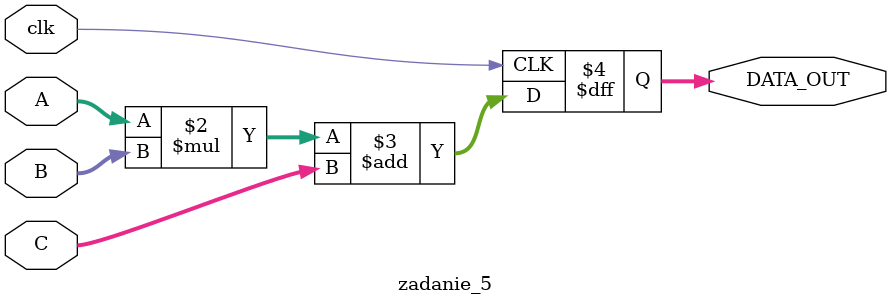
<source format=sv>
module zadanie_5 #(
  parameter DATA_WIDTH = 8  // Ïàðàìåòð ðàçðÿäíîñòè øèí äàííûõ
)(
  input wire [DATA_WIDTH-1:0] A,    // Âõîä A ñ ïàðàìåòðèçîâàííîé ðàçðÿäíîñòüþ
  input wire [DATA_WIDTH-1:0] B,    // Âõîä B ñ ïàðàìåòðèçîâàííîé ðàçðÿäíîñòüþ
  input wire [DATA_WIDTH-1:0] C,    // Âõîä C ñ ïàðàìåòðèçîâàííîé ðàçðÿäíîñòüþ
  input wire clk,                   // Âõîä òàêòîâîãî ñèãíàëà
  output reg [DATA_WIDTH-1:0] DATA_OUT  // Âûõîä äàííûõ ñ ïàðàìåòðèçîâàííîé ðàçðÿäíîñòüþ
);

  always @(posedge clk) begin
    DATA_OUT <= (A * B) + C;  // Âûïîëíÿåì îïåðàöèþ ïðè ïîëîæèòåëüíîì ôðîíòå òàêòîâîãî ñèãíàëà
  end

endmodule
</source>
